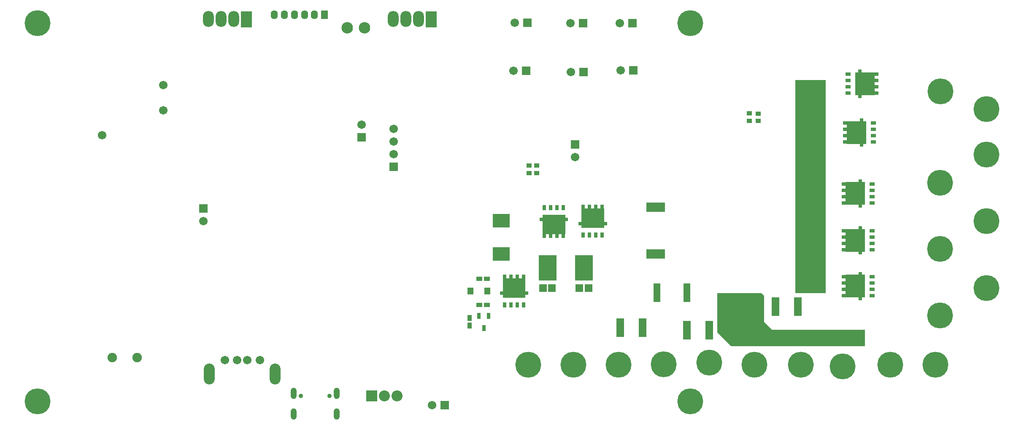
<source format=gbs>
G04*
G04 #@! TF.GenerationSoftware,Altium Limited,Altium Designer,23.10.1 (27)*
G04*
G04 Layer_Color=16711935*
%FSLAX25Y25*%
%MOIN*%
G70*
G04*
G04 #@! TF.SameCoordinates,4B5F03CF-9F67-499E-902A-73A7A51B6F95*
G04*
G04*
G04 #@! TF.FilePolarity,Negative*
G04*
G01*
G75*
%ADD95R,0.04147X0.03556*%
%ADD97R,0.10642X0.15210*%
%ADD98R,0.08674X0.15210*%
%ADD99R,0.07099X0.02769*%
%ADD100R,0.02926X0.04343*%
%ADD102R,0.03162X0.04737*%
%ADD103R,0.05131X0.05524*%
%ADD104R,0.13792X0.10642*%
%ADD105R,0.03800X0.04800*%
%ADD106R,0.04800X0.03800*%
%ADD110C,0.06706*%
%ADD111O,0.08674X0.16548*%
%ADD112O,0.04737X0.09068*%
%ADD113C,0.03438*%
%ADD114R,0.06706X0.06706*%
%ADD115C,0.09068*%
%ADD116R,0.06706X0.06706*%
%ADD117C,0.20485*%
%ADD118C,0.07480*%
%ADD119R,0.05524X0.07099*%
%ADD120O,0.05524X0.07099*%
%ADD121O,0.08674X0.12611*%
%ADD122R,0.08674X0.12611*%
%ADD123C,0.08674*%
%ADD124R,0.08674X0.08674*%
%ADD180R,0.24289X1.68700*%
%ADD181R,0.06312X0.06312*%
%ADD182R,0.14186X0.20091*%
%ADD183R,0.14816X0.07808*%
%ADD184R,0.05918X0.14580*%
%ADD185R,0.04343X0.02926*%
%ADD186R,0.02769X0.07099*%
%ADD187R,0.15210X0.08674*%
%ADD188R,0.15210X0.10642*%
%ADD189R,0.05524X0.14580*%
G36*
X596415Y100915D02*
X631315D01*
X633415Y98815D01*
Y78115D01*
X639715Y71815D01*
X713315D01*
Y59015D01*
X607315D01*
X596415Y69915D01*
Y100915D01*
D02*
G37*
D95*
X453815Y196109D02*
D03*
Y202015D02*
D03*
X447880Y201976D02*
D03*
Y196071D02*
D03*
X621915Y237315D02*
D03*
Y243220D02*
D03*
X629015Y243115D02*
D03*
Y237210D02*
D03*
D97*
X471074Y155387D02*
D03*
X432456Y104943D02*
D03*
X494556Y160143D02*
D03*
D98*
X462831Y155387D02*
D03*
X440698Y104943D02*
D03*
X502798Y160143D02*
D03*
D99*
X475327Y159423D02*
D03*
X459579D02*
D03*
X443951Y100907D02*
D03*
X428203D02*
D03*
X490303Y156107D02*
D03*
X506051D02*
D03*
D100*
X464953Y168675D02*
D03*
Y146637D02*
D03*
X474953Y168675D02*
D03*
X469953D02*
D03*
X474953Y146637D02*
D03*
X459953Y168675D02*
D03*
Y146637D02*
D03*
X469953D02*
D03*
X433577Y113693D02*
D03*
X443577D02*
D03*
Y91655D02*
D03*
X428577Y113693D02*
D03*
X433577Y91655D02*
D03*
X428577D02*
D03*
X438577Y113693D02*
D03*
Y91655D02*
D03*
X500677Y146855D02*
D03*
Y168893D02*
D03*
X490677Y146855D02*
D03*
X495677D02*
D03*
X490677Y168893D02*
D03*
X505677Y146855D02*
D03*
Y168893D02*
D03*
X495677D02*
D03*
D102*
X408115Y83115D02*
D03*
X412052Y73273D02*
D03*
X415989Y83115D02*
D03*
D103*
X401615Y102615D02*
D03*
X414942D02*
D03*
D104*
X425815Y131840D02*
D03*
Y158415D02*
D03*
D105*
X400915Y81413D02*
D03*
Y75217D02*
D03*
D106*
X414613Y112415D02*
D03*
X408417D02*
D03*
Y91515D02*
D03*
X414613D02*
D03*
D110*
X207505Y47924D02*
D03*
X217347D02*
D03*
X225221D02*
D03*
X235064D02*
D03*
X435500Y276800D02*
D03*
X340800Y230800D02*
D03*
Y220800D02*
D03*
Y210800D02*
D03*
X484315Y208515D02*
D03*
X158800Y265600D02*
D03*
Y245600D02*
D03*
X371300Y12300D02*
D03*
X315600Y234200D02*
D03*
X190400Y157800D02*
D03*
X520300Y277400D02*
D03*
X519600Y314600D02*
D03*
X480815Y276015D02*
D03*
X480700Y314600D02*
D03*
X436600Y315000D02*
D03*
X110600Y226000D02*
D03*
D111*
X195300Y36900D02*
D03*
X247269D02*
D03*
D112*
X295908Y21600D02*
D03*
Y5262D02*
D03*
X261892Y21600D02*
D03*
Y5262D02*
D03*
D113*
X267522Y19632D02*
D03*
X290278D02*
D03*
D114*
X445500Y276800D02*
D03*
X381300Y12300D02*
D03*
X530300Y277400D02*
D03*
X529600Y314600D02*
D03*
X490815Y276015D02*
D03*
X490700Y314600D02*
D03*
X446600Y315000D02*
D03*
D115*
X318000Y311000D02*
D03*
X304221D02*
D03*
D116*
X340800Y200800D02*
D03*
X484315Y218515D02*
D03*
X315600Y224200D02*
D03*
X190400Y167800D02*
D03*
D117*
X695600Y43000D02*
D03*
X554315Y44515D02*
D03*
X662515Y44415D02*
D03*
X768915Y44315D02*
D03*
X733159D02*
D03*
X809315Y104915D02*
D03*
X772415Y83415D02*
D03*
X809315Y157815D02*
D03*
X772415Y135848D02*
D03*
X809315Y210715D02*
D03*
X772415Y188282D02*
D03*
X625893Y44315D02*
D03*
X482871D02*
D03*
X447115D02*
D03*
X518626D02*
D03*
X809315Y246715D02*
D03*
X772715Y260615D02*
D03*
X590115Y45915D02*
D03*
X575133Y15308D02*
D03*
Y314521D02*
D03*
X59385D02*
D03*
Y15308D02*
D03*
D118*
X118400Y50000D02*
D03*
X138085D02*
D03*
D119*
X286200Y321400D02*
D03*
D120*
X246514D02*
D03*
X262381D02*
D03*
X254507D02*
D03*
X270452D02*
D03*
X278326D02*
D03*
D121*
X194400Y317894D02*
D03*
X204400D02*
D03*
X214400D02*
D03*
X360600Y318094D02*
D03*
X350600D02*
D03*
X340600D02*
D03*
D122*
X224400Y317500D02*
D03*
X370600Y317700D02*
D03*
D123*
X343600Y19700D02*
D03*
X333600D02*
D03*
D124*
X323600D02*
D03*
D180*
X670260Y185365D02*
D03*
D181*
X466037Y104815D02*
D03*
X458793D02*
D03*
X487593Y105015D02*
D03*
X494837D02*
D03*
D182*
X462415Y120815D02*
D03*
X491215Y121015D02*
D03*
D183*
X547915Y168915D02*
D03*
Y131907D02*
D03*
D184*
X590115Y71715D02*
D03*
X572399D02*
D03*
X519815Y73615D02*
D03*
X537532D02*
D03*
X660315Y90215D02*
D03*
X642598D02*
D03*
D185*
X696887Y104077D02*
D03*
Y114077D02*
D03*
X718924D02*
D03*
X696887Y99077D02*
D03*
X718924Y104077D02*
D03*
Y99077D02*
D03*
X696887Y109077D02*
D03*
X718924D02*
D03*
X696887Y140218D02*
D03*
Y150218D02*
D03*
X718924D02*
D03*
X696887Y135218D02*
D03*
X718924Y140218D02*
D03*
Y135218D02*
D03*
X696887Y145218D02*
D03*
X718924D02*
D03*
X697887Y225498D02*
D03*
Y235498D02*
D03*
X719924D02*
D03*
X697887Y220498D02*
D03*
X719924Y225498D02*
D03*
Y220498D02*
D03*
X697887Y230498D02*
D03*
X719924D02*
D03*
X696887Y177358D02*
D03*
Y187358D02*
D03*
X718924D02*
D03*
X696887Y172358D02*
D03*
X718924Y177358D02*
D03*
Y172358D02*
D03*
X696887Y182358D02*
D03*
X718924D02*
D03*
X721893Y269153D02*
D03*
Y259153D02*
D03*
X699855D02*
D03*
X721893Y274153D02*
D03*
X699855Y269153D02*
D03*
Y274153D02*
D03*
X721893Y264153D02*
D03*
X699855D02*
D03*
D186*
X709672Y114451D02*
D03*
Y98703D02*
D03*
Y150592D02*
D03*
Y134844D02*
D03*
X710673Y235872D02*
D03*
Y220124D02*
D03*
X709672Y187732D02*
D03*
Y171984D02*
D03*
X709107Y258779D02*
D03*
Y274527D02*
D03*
D187*
X705637Y111198D02*
D03*
Y147339D02*
D03*
X706637Y232620D02*
D03*
X705637Y184479D02*
D03*
X713143Y262032D02*
D03*
D188*
X705637Y102956D02*
D03*
Y139096D02*
D03*
X706637Y224377D02*
D03*
X705637Y176237D02*
D03*
X713143Y270274D02*
D03*
D189*
X548815Y101315D02*
D03*
X572437D02*
D03*
M02*

</source>
